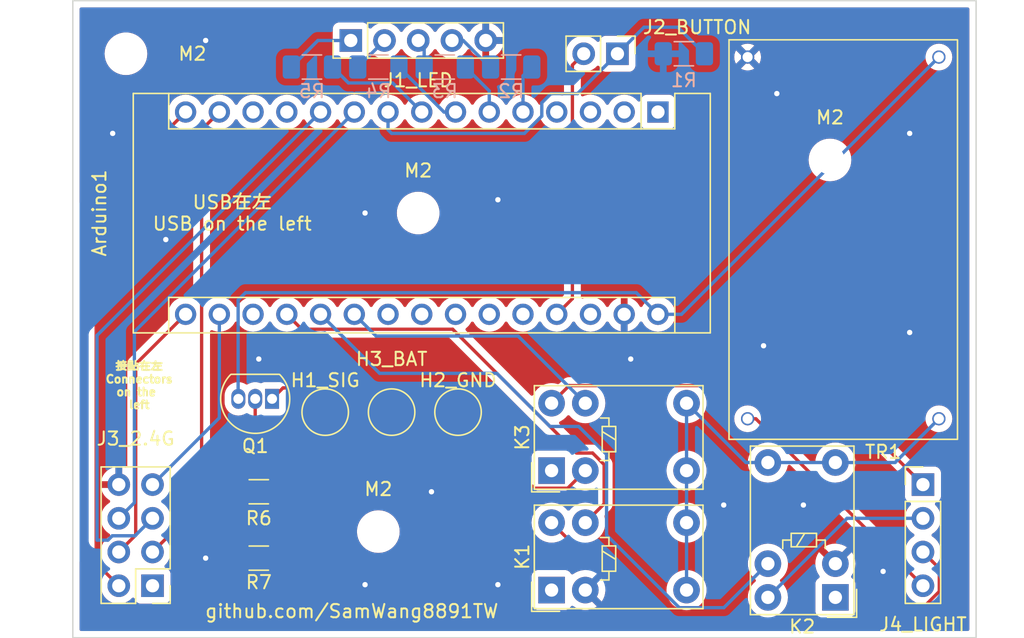
<source format=kicad_pcb>
(kicad_pcb (version 20211014) (generator pcbnew)
  (layers (0 "F.Cu" signal) (31 "B.Cu" signal) (34 "B.Paste" user) (35 "F.Paste" user) (36 "B.SilkS" user "B.Silkscreen") (37 "F.SilkS" user "F.Silkscreen") (38 "B.Mask" user) (39 "F.Mask" user) (44 "Edge.Cuts" user))
  (net 0 "")
  (net 5 "Net-(Arduino1-Pad5)")
  (net 6 "Net-(Arduino1-Pad6)")
  (net 7 "Net-(Arduino1-Pad7)")
  (net 8 "Net-(Arduino1-Pad8)")
  (net 9 "Net-(Arduino1-Pad9)")
  (net 10 "Net-(Arduino1-Pad10)")
  (net 11 "Net-(Arduino1-Pad11)")
  (net 14 "Net-(Arduino1-Pad14)")
  (net 15 "Net-(Arduino1-Pad15)")
  (net 16 "Net-(Arduino1-Pad16)")
  (net 17 "Net-(Arduino1-Pad17)")
  (net 19 "Net-(Arduino1-Pad19)")
  (net 20 "Net-(Arduino1-Pad20)")
  (net 21 "Net-(Arduino1-Pad21)")
  (net 27 "5V")
  (net 29 "Earth")
  (net 30 "VIN")
  (net 32 "Net-(J4-Pad1)")
  (net 33 "Net-(J4-Pad2)")
  (net 34 "Net-(J4-Pad3)")
  (net 35 "Net-(J4-Pad4)")
  (net 36 "SIG")
  (net 38 "Net-(K1-Pad5)")
  (net 41 "Net-(Q1-Pad2)")
  (net 42 "Net-(H3-Pad1)")
  (net 43 "Net-(J1-Pad1)")
  (net 44 "Net-(J1-Pad2)")
  (net 45 "Net-(J1-Pad3)")
  (net 46 "Net-(J1-Pad4)")
  (footprint "MountingHole:MountingHole_2.2mm_M2" (layer "F.Cu") (at 86 105)
    (fp_text reference "M2" (at 0 -3.2) (layer "F.SilkS"))
    (fp_text value "MountingHole_2.2mm_M2")
    (pad "" np_thru_hole circle (at 0 0) (size 2.2 2.2) (drill 2.2) (layers *.Cu *.Mask))
  )
  (footprint "TestPoint:TestPoint_Pad_D3.0mm" (layer "F.Cu") (at 92 96)
    (fp_text reference "H2_GND" (at 0 -2.398) (layer "F.SilkS"))
    (fp_text value "GND")
    (fp_circle (center 0 0) (end 0 1.75) (layer "F.SilkS") (width 0.12) (fill none))
    (pad "1" smd circle (at 0 0) (size 3 3) (layers "F.Cu" "F.Mask") (net 29 "Earth"))
  )
  (footprint "Connector_PinHeader_2.54mm:PinHeader_1x04_P2.54mm_Vertical" (layer "F.Cu") (at 127 101.46)
    (fp_text reference "J4_LIGHT" (at 0 10.54) (layer "F.SilkS"))
    (fp_text value "LightCONN")
    (fp_line (start -1.33 0) (end -1.33 -1.33) (layer "F.SilkS") (width 0.12))
    (fp_line (start -1.33 1.27) (end -1.33 8.95) (layer "F.SilkS") (width 0.12))
    (fp_line (start -1.33 -1.33) (end 0 -1.33) (layer "F.SilkS") (width 0.12))
    (fp_line (start 1.33 1.27) (end 1.33 8.95) (layer "F.SilkS") (width 0.12))
    (fp_line (start -1.33 1.27) (end 1.33 1.27) (layer "F.SilkS") (width 0.12))
    (fp_line (start -1.33 8.95) (end 1.33 8.95) (layer "F.SilkS") (width 0.12))
    (pad "1" thru_hole rect (at 0 0) (size 1.7 1.7) (drill 1) (layers *.Cu *.Mask) (net 32 "Net-(J4-Pad1)"))
    (pad "2" thru_hole oval (at 0 2.54) (size 1.7 1.7) (drill 1) (layers *.Cu *.Mask) (net 33 "Net-(J4-Pad2)"))
    (pad "3" thru_hole oval (at 0 5.08) (size 1.7 1.7) (drill 1) (layers *.Cu *.Mask) (net 34 "Net-(J4-Pad3)"))
    (pad "4" thru_hole oval (at 0 7.62) (size 1.7 1.7) (drill 1) (layers *.Cu *.Mask) (net 35 "Net-(J4-Pad4)"))
  )
  (footprint "Connector_PinHeader_2.54mm:PinHeader_1x02_P2.54mm_Vertical" (layer "F.Cu") (at 104 69 -90)
    (fp_text reference "J2_BUTTON" (at -2 -6 180) (layer "F.SilkS"))
    (fp_text value "BtnCONN")
    (fp_line (start -1.33 0) (end -1.33 -1.33) (layer "F.SilkS") (width 0.12))
    (fp_line (start -1.33 1.27) (end -1.33 3.87) (layer "F.SilkS") (width 0.12))
    (fp_line (start -1.33 3.87) (end 1.33 3.87) (layer "F.SilkS") (width 0.12))
    (fp_line (start -1.33 1.27) (end 1.33 1.27) (layer "F.SilkS") (width 0.12))
    (fp_line (start -1.33 -1.33) (end 0 -1.33) (layer "F.SilkS") (width 0.12))
    (fp_line (start 1.33 1.27) (end 1.33 3.87) (layer "F.SilkS") (width 0.12))
    (pad "1" thru_hole rect (at 0 0 270) (size 1.7 1.7) (drill 1) (layers *.Cu *.Mask) (net 9 "Net-(Arduino1-Pad9)"))
    (pad "2" thru_hole oval (at 0 2.54 270) (size 1.7 1.7) (drill 1) (layers *.Cu *.Mask) (net 27 "5V"))
  )
  (footprint "Module:Arduino_Nano" (layer "F.Cu") (at 107.05 73.39 -90)
    (fp_text reference "Arduino1" (at 7.61 42.05 -90) (layer "F.SilkS"))
    (fp_text value "Arduino_Nano")
    (fp_line (start 1.27 36.83) (end -1.4 36.83) (layer "F.SilkS") (width 0.12))
    (fp_line (start 16.64 -3.94) (end -1.4 -3.94) (layer "F.SilkS") (width 0.12))
    (fp_line (start -1.4 39.5) (end 16.64 39.5) (layer "F.SilkS") (width 0.12))
    (fp_line (start 1.27 1.27) (end 1.27 36.83) (layer "F.SilkS") (width 0.12))
    (fp_line (start 1.27 1.27) (end -1.4 1.27) (layer "F.SilkS") (width 0.12))
    (fp_line (start -1.4 1.27) (end -1.4 39.5) (layer "F.SilkS") (width 0.12))
    (fp_line (start 1.27 1.27) (end 1.27 -1.27) (layer "F.SilkS") (width 0.12))
    (fp_line (start 13.97 -1.27) (end 16.64 -1.27) (layer "F.SilkS") (width 0.12))
    (fp_line (start 13.97 -1.27) (end 13.97 36.83) (layer "F.SilkS") (width 0.12))
    (fp_line (start -1.4 -3.94) (end -1.4 -1.27) (layer "F.SilkS") (width 0.12))
    (fp_line (start 13.97 36.83) (end 16.64 36.83) (layer "F.SilkS") (width 0.12))
    (fp_line (start 1.27 -1.27) (end -1.4 -1.27) (layer "F.SilkS") (width 0.12))
    (fp_line (start 16.64 39.5) (end 16.64 -3.94) (layer "F.SilkS") (width 0.12))
    (pad "1" thru_hole rect (at 0 0 270) (size 1.6 1.6) (drill 1) (layers *.Cu *.Mask))
    (pad "2" thru_hole oval (at 0 2.54 270) (size 1.6 1.6) (drill 1) (layers *.Cu *.Mask))
    (pad "3" thru_hole oval (at 0 5.08 270) (size 1.6 1.6) (drill 1) (layers *.Cu *.Mask))
    (pad "4" thru_hole oval (at 0 7.62 270) (size 1.6 1.6) (drill 1) (layers *.Cu *.Mask))
    (pad "5" thru_hole oval (at 0 10.16 270) (size 1.6 1.6) (drill 1) (layers *.Cu *.Mask) (net 5 "Net-(Arduino1-Pad5)"))
    (pad "6" thru_hole oval (at 0 12.7 270) (size 1.6 1.6) (drill 1) (layers *.Cu *.Mask) (net 6 "Net-(Arduino1-Pad6)"))
    (pad "7" thru_hole oval (at 0 15.24 270) (size 1.6 1.6) (drill 1) (layers *.Cu *.Mask) (net 7 "Net-(Arduino1-Pad7)"))
    (pad "8" thru_hole oval (at 0 17.78 270) (size 1.6 1.6) (drill 1) (layers *.Cu *.Mask) (net 8 "Net-(Arduino1-Pad8)"))
    (pad "9" thru_hole oval (at 0 20.32 270) (size 1.6 1.6) (drill 1) (layers *.Cu *.Mask) (net 9 "Net-(Arduino1-Pad9)"))
    (pad "10" thru_hole oval (at 0 22.86 270) (size 1.6 1.6) (drill 1) (layers *.Cu *.Mask) (net 10 "Net-(Arduino1-Pad10)"))
    (pad "11" thru_hole oval (at 0 25.4 270) (size 1.6 1.6) (drill 1) (layers *.Cu *.Mask) (net 11 "Net-(Arduino1-Pad11)"))
    (pad "12" thru_hole oval (at 0 27.94 270) (size 1.6 1.6) (drill 1) (layers *.Cu *.Mask))
    (pad "13" thru_hole oval (at 0 30.48 270) (size 1.6 1.6) (drill 1) (layers *.Cu *.Mask))
    (pad "14" thru_hole oval (at 0 33.02 270) (size 1.6 1.6) (drill 1) (layers *.Cu *.Mask) (net 14 "Net-(Arduino1-Pad14)"))
    (pad "15" thru_hole oval (at 0 35.56 270) (size 1.6 1.6) (drill 1) (layers *.Cu *.Mask) (net 15 "Net-(Arduino1-Pad15)"))
    (pad "16" thru_hole oval (at 15.24 35.56 270) (size 1.6 1.6) (drill 1) (layers *.Cu *.Mask) (net 16 "Net-(Arduino1-Pad16)"))
    (pad "17" thru_hole oval (at 15.24 33.02 270) (size 1.6 1.6) (drill 1) (layers *.Cu *.Mask) (net 17 "Net-(Arduino1-Pad17)"))
    (pad "18" thru_hole oval (at 15.24 30.48 270) (size 1.6 1.6) (drill 1) (layers *.Cu *.Mask))
    (pad "19" thru_hole oval (at 15.24 27.94 270) (size 1.6 1.6) (drill 1) (layers *.Cu *.Mask) (net 19 "Net-(Arduino1-Pad19)"))
    (pad "20" thru_hole oval (at 15.24 25.4 270) (size 1.6 1.6) (drill 1) (layers *.Cu *.Mask) (net 20 "Net-(Arduino1-Pad20)"))
    (pad "21" thru_hole oval (at 15.24 22.86 270) (size 1.6 1.6) (drill 1) (layers *.Cu *.Mask) (net 21 "Net-(Arduino1-Pad21)"))
    (pad "22" thru_hole oval (at 15.24 20.32 270) (size 1.6 1.6) (drill 1) (layers *.Cu *.Mask))
    (pad "23" thru_hole oval (at 15.24 17.78 270) (size 1.6 1.6) (drill 1) (layers *.Cu *.Mask))
    (pad "24" thru_hole oval (at 15.24 15.24 270) (size 1.6 1.6) (drill 1) (layers *.Cu *.Mask))
    (pad "25" thru_hole oval (at 15.24 12.7 270) (size 1.6 1.6) (drill 1) (layers *.Cu *.Mask))
    (pad "26" thru_hole oval (at 15.24 10.16 270) (size 1.6 1.6) (drill 1) (layers *.Cu *.Mask))
    (pad "27" thru_hole oval (at 15.24 7.62 270) (size 1.6 1.6) (drill 1) (layers *.Cu *.Mask) (net 27 "5V"))
    (pad "28" thru_hole oval (at 15.24 5.08 270) (size 1.6 1.6) (drill 1) (layers *.Cu *.Mask))
    (pad "29" thru_hole oval (at 15.24 2.54 270) (size 1.6 1.6) (drill 1) (layers *.Cu *.Mask) (net 29 "Earth"))
    (pad "30" thru_hole oval (at 15.24 0 270) (size 1.6 1.6) (drill 1) (layers *.Cu *.Mask) (net 30 "VIN"))
  )
  (footprint "Transistor_Power_Module:Micro3608_1166A_MicroUSB_Module" (layer "F.Cu") (at 121 83)
    (fp_text reference "TR1" (at 3 16 unlocked) (layer "F.SilkS"))
    (fp_text value "Micro3608_1166A_MicroUSB_Module")
    (fp_rect (start -8.6 -15.05) (end 8.6 15.05) (layer "F.SilkS") (width 0.12) (fill none))
    (pad "1" thru_hole circle (at -7.2 -13.75) (size 1 1) (drill 0.762) (layers *.Cu *.Mask) (net 29 "Earth"))
    (pad "2" thru_hole circle (at 7.2 -13.75) (size 1 1) (drill 0.762) (layers *.Cu *.Mask) (net 30 "VIN"))
    (pad "3" thru_hole circle (at -7.2 13.5) (size 1 1) (drill 0.762) (layers *.Cu *.Mask) (net 35 "Net-(J4-Pad4)"))
    (pad "4" thru_hole circle (at 7.2 13.5) (size 1 1) (drill 0.762) (layers *.Cu *.Mask) (net 38 "Net-(K1-Pad5)"))
  )
  (footprint "Relay_THT:Relay_SPDT_Omron_G5V-1" (layer "F.Cu") (at 120.4075 109.9575 180)
    (fp_text reference "K2" (at 2.5 -2.2) (layer "F.SilkS"))
    (fp_text value "G5V-1")
    (fp_line (start 6.4 11.4) (end -1.4 11.4) (layer "F.SilkS") (width 0.12))
    (fp_line (start -1.6 0.6) (end -1.6 -1.5) (layer "F.SilkS") (width 0.12))
    (fp_line (start -1.6 -1.5) (end 0.6 -1.5) (layer "F.SilkS") (width 0.12))
    (fp_line (start 1.422 3.81) (end 1.422 4.826) (layer "F.SilkS") (width 0.12))
    (fp_line (start 2.946 3.81) (end 2.311 4.826) (layer "F.SilkS") (width 0.12))
    (fp_line (start -1.4 11.4) (end -1.4 -1.3) (layer "F.SilkS") (width 0.12))
    (fp_line (start 0.762 3.683) (end 0.762 4.318) (layer "F.SilkS") (width 0.12))
    (fp_line (start 6.4 -1.3) (end 6.4 11.4) (layer "F.SilkS") (width 0.12))
    (fp_line (start 3.962 3.683) (end 3.962 4.318) (layer "F.SilkS") (width 0.12))
    (fp_line (start 3.327 3.81) (end 3.327 4.826) (layer "F.SilkS") (width 0.12))
    (fp_line (start 3.962 4.318) (end 3.327 4.318) (layer "F.SilkS") (width 0.12))
    (fp_line (start 1.422 4.826) (end 3.327 4.826) (layer "F.SilkS") (width 0.12))
    (fp_line (start -1.4 -1.3) (end 6.4 -1.3) (layer "F.SilkS") (width 0.12))
    (fp_line (start 0.762 4.318) (end 1.422 4.318) (layer "F.SilkS") (width 0.12))
    (fp_line (start 3.327 3.81) (end 1.422 3.81) (layer "F.SilkS") (width 0.12))
    (pad "1" thru_hole rect (at 0 0 180) (size 2 2) (drill 1) (layers *.Cu *.Mask))
    (pad "2" thru_hole circle (at 0 2.54 180) (size 2 2) (drill 1) (layers *.Cu *.Mask) (net 29 "Earth"))
    (pad "5" thru_hole circle (at 0 10.16 180) (size 2 2) (drill 1) (layers *.Cu *.Mask) (net 38 "Net-(K1-Pad5)"))
    (pad "6" thru_hole circle (at 5.08 10.16 180) (size 2 2) (drill 1) (layers *.Cu *.Mask) (net 38 "Net-(K1-Pad5)"))
    (pad "9" thru_hole circle (at 5.08 2.54 180) (size 2 2) (drill 1) (layers *.Cu *.Mask) (net 20 "Net-(Arduino1-Pad20)"))
    (pad "10" thru_hole circle (at 5.08 0 180) (size 2 2) (drill 1) (layers *.Cu *.Mask) (net 33 "Net-(J4-Pad2)"))
  )
  (footprint "Resistor_SMD:R_1206_3216Metric_Pad1.30x1.75mm_HandSolder" (layer "F.Cu") (at 77 107 180)
    (fp_text reference "R7" (at 0 -1.82) (layer "F.SilkS"))
    (fp_text value "20kΩ")
    (fp_line (start -0.727064 0.91) (end 0.727064 0.91) (layer "F.SilkS") (width 0.12))
    (fp_line (start -0.727064 -0.91) (end 0.727064 -0.91) (layer "F.SilkS") (width 0.12))
    (pad "1" smd roundrect (at -1.55 0 180) (size 1.3 1.75) (layers "F.Cu" "F.Paste" "F.Mask") (roundrect_rratio 0.192308) (net 36 "SIG"))
    (pad "2" smd roundrect (at 1.55 0 180) (size 1.3 1.75) (layers "F.Cu" "F.Paste" "F.Mask") (roundrect_rratio 0.192308) (net 29 "Earth"))
  )
  (footprint "MountingHole:MountingHole_2.2mm_M2" (layer "F.Cu") (at 67 69)
    (fp_text reference "M2" (at 5 0) (layer "F.SilkS"))
    (fp_text value "MountingHole_2.2mm_M2")
    (pad "" np_thru_hole circle (at 0 0) (size 2.2 2.2) (drill 2.2) (layers *.Cu *.Mask))
  )
  (footprint "MountingHole:MountingHole_2.2mm_M2" (layer "F.Cu") (at 89 81)
    (fp_text reference "M2" (at 0 -3.2) (layer "F.SilkS"))
    (fp_text value "MountingHole_2.2mm_M2")
    (pad "" np_thru_hole circle (at 0 0) (size 2.2 2.2) (drill 2.2) (layers *.Cu *.Mask))
  )
  (footprint "Package_TO_SOT_THT:TO-92_Inline" (layer "F.Cu") (at 78 95 180)
    (fp_text reference "Q1" (at 1.27 -3.56) (layer "F.SilkS"))
    (fp_text value "2N4355")
    (fp_line (start -0.53 1.85) (end 3.07 1.85) (layer "F.SilkS") (width 0.12))
    (fp_arc (start 1.27 -2.6) (mid 3.672087 -0.994977) (end 3.108478 1.838478) (layer "F.SilkS") (width 0.12))
    (fp_arc (start -0.568478 1.838478) (mid -1.132087 -0.994977) (end 1.27 -2.6) (layer "F.SilkS") (width 0.12))
    (pad "1" thru_hole rect (at 0 0 180) (size 1.05 1.5) (drill 0.75) (layers *.Cu *.Mask) (net 42 "Net-(H3-Pad1)"))
    (pad "2" thru_hole oval (at 1.27 0 180) (size 1.05 1.5) (drill 0.75) (layers *.Cu *.Mask) (net 41 "Net-(Q1-Pad2)"))
    (pad "3" thru_hole oval (at 2.54 0 180) (size 1.05 1.5) (drill 0.75) (layers *.Cu *.Mask) (net 30 "VIN"))
  )
  (footprint "TestPoint:TestPoint_Pad_D3.0mm" (layer "F.Cu") (at 82 96)
    (fp_text reference "H1_SIG" (at 0 -2.398) (layer "F.SilkS"))
    (fp_text value "SIG")
    (fp_circle (center 0 0) (end 0 1.75) (layer "F.SilkS") (width 0.12) (fill none))
    (pad "1" smd circle (at 0 0) (size 3 3) (layers "F.Cu" "F.Mask") (net 36 "SIG"))
  )
  (footprint "Relay_THT:Relay_SPDT_Omron_G5V-1" (layer "F.Cu") (at 99.0425 109.4075 90)
    (fp_text reference "K1" (at 2.5 -2.2 90) (layer "F.SilkS"))
    (fp_text value "G5V-1")
    (fp_line (start -1.6 0.6) (end -1.6 -1.5) (layer "F.SilkS") (width 0.12))
    (fp_line (start 3.327 3.81) (end 3.327 4.826) (layer "F.SilkS") (width 0.12))
    (fp_line (start 6.4 11.4) (end -1.4 11.4) (layer "F.SilkS") (width 0.12))
    (fp_line (start -1.4 -1.3) (end 6.4 -1.3) (layer "F.SilkS") (width 0.12))
    (fp_line (start 0.762 3.683) (end 0.762 4.318) (layer "F.SilkS") (width 0.12))
    (fp_line (start -1.6 -1.5) (end 0.6 -1.5) (layer "F.SilkS") (width 0.12))
    (fp_line (start 3.962 3.683) (end 3.962 4.318) (layer "F.SilkS") (width 0.12))
    (fp_line (start 6.4 -1.3) (end 6.4 11.4) (layer "F.SilkS") (width 0.12))
    (fp_line (start 1.422 3.81) (end 1.422 4.826) (layer "F.SilkS") (width 0.12))
    (fp_line (start -1.4 11.4) (end -1.4 -1.3) (layer "F.SilkS") (width 0.12))
    (fp_line (start 3.962 4.318) (end 3.327 4.318) (layer "F.SilkS") (width 0.12))
    (fp_line (start 1.422 4.826) (end 3.327 4.826) (layer "F.SilkS") (width 0.12))
    (fp_line (start 0.762 4.318) (end 1.422 4.318) (layer "F.SilkS") (width 0.12))
    (fp_line (start 3.327 3.81) (end 1.422 3.81) (layer "F.SilkS") (width 0.12))
    (fp_line (start 2.946 3.81) (end 2.311 4.826) (layer "F.SilkS") (width 0.12))
    (pad "1" thru_hole rect (at 0 0 90) (size 2 2) (drill 1) (layers *.Cu *.Mask))
    (pad "2" thru_hole circle (at 0 2.54 90) (size 2 2) (drill 1) (layers *.Cu *.Mask) (net 29 "Earth"))
    (pad "5" thru_hole circle (at 0 10.16 90) (size 2 2) (drill 1) (layers *.Cu *.Mask) (net 38 "Net-(K1-Pad5)"))
    (pad "6" thru_hole circle (at 5.08 10.16 90) (size 2 2) (drill 1) (layers *.Cu *.Mask) (net 38 "Net-(K1-Pad5)"))
    (pad "9" thru_hole circle (at 5.08 2.54 90) (size 2 2) (drill 1) (layers *.Cu *.Mask) (net 19 "Net-(Arduino1-Pad19)"))
    (pad "10" thru_hole circle (at 5.08 0 90) (size 2 2) (drill 1) (layers *.Cu *.Mask) (net 34 "Net-(J4-Pad3)"))
  )
  (footprint "Resistor_SMD:R_1206_3216Metric_Pad1.30x1.75mm_HandSolder" (layer "F.Cu") (at 77 102)
    (fp_text reference "R6" (at 0 2) (layer "F.SilkS"))
    (fp_text value "100kΩ")
    (fp_line (start -0.727064 -0.91) (end 0.727064 -0.91) (layer "F.SilkS") (width 0.12))
    (fp_line (start -0.727064 0.91) (end 0.727064 0.91) (layer "F.SilkS") (width 0.12))
    (pad "1" smd roundrect (at -1.55 0) (size 1.3 1.75) (layers "F.Cu" "F.Paste" "F.Mask") (roundrect_rratio 0.192308) (net 41 "Net-(Q1-Pad2)"))
    (pad "2" smd roundrect (at 1.55 0) (size 1.3 1.75) (layers "F.Cu" "F.Paste" "F.Mask") (roundrect_rratio 0.192308) (net 36 "SIG"))
  )
  (footprint "Connector_PinHeader_2.54mm:PinHeader_2x04_P2.54mm_Vertical" (layer "F.Cu") (at 69 109.08 180)
    (fp_text reference "J3_2.4G" (at 1.27 11.08) (layer "F.SilkS"))
    (fp_text value "2.4G_CONN")
    (fp_line (start 3.87 -1.33) (end 3.87 8.95) (layer "F.SilkS") (width 0.12))
    (fp_line (start -1.33 1.27) (end 1.27 1.27) (layer "F.SilkS") (width 0.12))
    (fp_line (start -1.33 -1.33) (end 0 -1.33) (layer "F.SilkS") (width 0.12))
    (fp_line (start 1.27 1.27) (end 1.27 -1.33) (layer "F.SilkS") (width 0.12))
    (fp_line (start -1.33 8.95) (end 3.87 8.95) (layer "F.SilkS") (width 0.12))
    (fp_line (start -1.33 1.27) (end -1.33 8.95) (layer "F.SilkS") (width 0.12))
    (fp_line (start -1.33 0) (end -1.33 -1.33) (layer "F.SilkS") (width 0.12))
    (fp_line (start 1.27 -1.33) (end 3.87 -1.33) (layer "F.SilkS") (width 0.12))
    (pad "1" thru_hole rect (at 0 0 180) (size 1.7 1.7) (drill 1) (layers *.Cu *.Mask))
    (pad "2" thru_hole oval (at 2.54 0 180) (size 1.7 1.7) (drill 1) (layers *.Cu *.Mask) (net 15 "Net-(Arduino1-Pad15)"))
    (pad "3" thru_hole oval (at 0 2.54 180) (size 1.7 1.7) (drill 1) (layers *.Cu *.Mask) (net 14 "Net-(Arduino1-Pad14)"))
    (pad "4" thru_hole oval (at 2.54 2.54 180) (size 1.7 1.7) (drill 1) (layers *.Cu *.Mask) (net 16 "Net-(Arduino1-Pad16)"))
    (pad "5" thru_hole oval (at 0 5.08 180) (size 1.7 1.7) (drill 1) (layers *.Cu *.Mask) (net 11 "Net-(Arduino1-Pad11)"))
    (pad "6" thru_hole oval (at 2.54 5.08 180) (size 1.7 1.7) (drill 1) (layers *.Cu *.Mask) (net 10 "Net-(Arduino1-Pad10)"))
    (pad "7" thru_hole oval (at 0 7.62 180) (size 1.7 1.7) (drill 1) (layers *.Cu *.Mask) (net 17 "Net-(Arduino1-Pad17)"))
    (pad "8" thru_hole oval (at 2.54 7.62 180) (size 1.7 1.7) (drill 1) (layers *.Cu *.Mask) (net 29 "Earth"))
  )
  (footprint "TestPoint:TestPoint_Pad_D3.0mm" (layer "F.Cu") (at 87 96)
    (fp_text reference "H3_BAT" (at 0 -4) (layer "F.SilkS"))
    (fp_text value "BAT")
    (fp_circle (center 0 0) (end 0 1.75) (layer "F.SilkS") (width 0.12) (fill none))
    (pad "1" smd circle (at 0 0) (size 3 3) (layers "F.Cu" "F.Mask") (net 42 "Net-(H3-Pad1)"))
  )
  (footprint "Connector_PinHeader_2.54mm:PinHeader_1x05_P2.54mm_Vertical" (layer "F.Cu") (at 83.925 68 90)
    (fp_text reference "J1_LED" (at -3 5.075 180) (layer "F.SilkS"))
    (fp_text value "LedCONN")
    (fp_line (start -1.33 1.27) (end 1.33 1.27) (layer "F.SilkS") (width 0.12))
    (fp_line (start -1.33 0) (end -1.33 -1.33) (layer "F.SilkS") (width 0.12))
    (fp_line (start -1.33 11.49) (end 1.33 11.49) (layer "F.SilkS") (width 0.12))
    (fp_line (start -1.33 1.27) (end -1.33 11.49) (layer "F.SilkS") (width 0.12))
    (fp_line (start -1.33 -1.33) (end 0 -1.33) (layer "F.SilkS") (width 0.12))
    (fp_line (start 1.33 1.27) (end 1.33 11.49) (layer "F.SilkS") (width 0.12))
    (pad "1" thru_hole rect (at 0 0 90) (size 1.7 1.7) (drill 1) (layers *.Cu *.Mask) (net 43 "Net-(J1-Pad1)"))
    (pad "2" thru_hole oval (at 0 2.54 90) (size 1.7 1.7) (drill 1) (layers *.Cu *.Mask) (net 44 "Net-(J1-Pad2)"))
    (pad "3" thru_hole oval (at 0 5.08 90) (size 1.7 1.7) (drill 1) (layers *.Cu *.Mask) (net 45 "Net-(J1-Pad3)"))
    (pad "4" thru_hole oval (at 0 7.62 90) (size 1.7 1.7) (drill 1) (layers *.Cu *.Mask) (net 46 "Net-(J1-Pad4)"))
    (pad "5" thru_hole oval (at 0 10.16 90) (size 1.7 1.7) (drill 1) (layers *.Cu *.Mask) (net 29 "Earth"))
  )
  (footprint "Relay_THT:Relay_SPDT_Omron_G5V-1" (layer "F.Cu") (at 99.0425 100.4075 90)
    (fp_text reference "K3" (at 2.5 -2.2 90) (layer "F.SilkS"))
    (fp_text value "G5V-1")
    (fp_line (start 6.4 11.4) (end -1.4 11.4) (layer "F.SilkS") (width 0.12))
    (fp_line (start 3.327 3.81) (end 1.422 3.81) (layer "F.SilkS") (width 0.12))
    (fp_line (start 1.422 3.81) (end 1.422 4.826) (layer "F.SilkS") (width 0.12))
    (fp_line (start 3.962 4.318) (end 3.327 4.318) (layer "F.SilkS") (width 0.12))
    (fp_line (start -1.6 0.6) (end -1.6 -1.5) (layer "F.SilkS") (width 0.12))
    (fp_line (start 2.946 3.81) (end 2.311 4.826) (layer "F.SilkS") (width 0.12))
    (fp_line (start 1.422 4.826) (end 3.327 4.826) (layer "F.SilkS") (width 0.12))
    (fp_line (start -1.4 -1.3) (end 6.4 -1.3) (layer "F.SilkS") (width 0.12))
    (fp_line (start -1.6 -1.5) (end 0.6 -1.5) (layer "F.SilkS") (width 0.12))
    (fp_line (start 0.762 3.683) (end 0.762 4.318) (layer "F.SilkS") (width 0.12))
    (fp_line (start 3.327 3.81) (end 3.327 4.826) (layer "F.SilkS") (width 0.12))
    (fp_line (start 3.962 3.683) (end 3.962 4.318) (layer "F.SilkS") (width 0.12))
    (fp_line (start -1.4 11.4) (end -1.4 -1.3) (layer "F.SilkS") (width 0.12))
    (fp_line (start 0.762 4.318) (end 1.422 4.318) (layer "F.SilkS") (width 0.12))
    (fp_line (start 6.4 -1.3) (end 6.4 11.4) (layer "F.SilkS") (width 0.12))
    (pad "1" thru_hole rect (at 0 0 90) (size 2 2) (drill 1) (layers *.Cu *.Mask))
    (pad "2" thru_hole circle (at 0 2.54 90) (size 2 2) (drill 1) (layers *.Cu *.Mask) (net 29 "Earth"))
    (pad "5" thru_hole circle (at 0 10.16 90) (size 2 2) (drill 1) (layers *.Cu *.Mask) (net 38 "Net-(K1-Pad5)"))
    (pad "6" thru_hole circle (at 5.08 10.16 90) (size 2 2) (drill 1) (layers *.Cu *.Mask) (net 38 "Net-(K1-Pad5)"))
    (pad "9" thru_hole circle (at 5.08 2.54 90) (size 2 2) (drill 1) (layers *.Cu *.Mask) (net 21 "Net-(Arduino1-Pad21)"))
    (pad "10" thru_hole circle (at 5.08 0 90) (size 2 2) (drill 1) (layers *.Cu *.Mask) (net 32 "Net-(J4-Pad1)"))
  )
  (footprint "MountingHole:MountingHole_2.2mm_M2" (layer "F.Cu") (at 120 77)
    (fp_text reference "M2" (at 0 -3.2) (layer "F.SilkS"))
    (fp_text value "MountingHole_2.2mm_M2")
    (pad "" np_thru_hole circle (at 0 0) (size 2.2 2.2) (drill 2.2) (layers *.Cu *.Mask))
  )
  (footprint "Resistor_SMD:R_1206_3216Metric_Pad1.30x1.75mm_HandSolder" (layer "B.Cu") (at 96 70)
    (fp_text reference "R2" (at 0 1.82) (layer "B.SilkS") (effects (justify mirror)))
    (fp_text value "330Ω")
    (fp_line (start -0.727064 -0.91) (end 0.727064 -0.91) (layer "B.SilkS") (width 0.12))
    (fp_line (start -0.727064 0.91) (end 0.727064 0.91) (layer "B.SilkS") (width 0.12))
    (pad "1" smd roundrect (at -1.55 0) (size 1.3 1.75) (layers "B.Cu" "B.Paste" "B.Mask") (roundrect_rratio 0.192308) (net 46 "Net-(J1-Pad4)"))
    (pad "2" smd roundrect (at 1.55 0) (size 1.3 1.75) (layers "B.Cu" "B.Paste" "B.Mask") (roundrect_rratio 0.192308) (net 5 "Net-(Arduino1-Pad5)"))
  )
  (footprint "Resistor_SMD:R_1206_3216Metric_Pad1.30x1.75mm_HandSolder" (layer "B.Cu") (at 91 70)
    (fp_text reference "R3" (at 0 1.82) (layer "B.SilkS") (effects (justify mirror)))
    (fp_text value "330Ω")
    (fp_line (start -0.727064 -0.91) (end 0.727064 -0.91) (layer "B.SilkS") (width 0.12))
    (fp_line (start -0.727064 0.91) (end 0.727064 0.91) (layer "B.SilkS") (width 0.12))
    (pad "1" smd roundrect (at -1.55 0) (size 1.3 1.75) (layers "B.Cu" "B.Paste" "B.Mask") (roundrect_rratio 0.192308) (net 45 "Net-(J1-Pad3)"))
    (pad "2" smd roundrect (at 1.55 0) (size 1.3 1.75) (layers "B.Cu" "B.Paste" "B.Mask") (roundrect_rratio 0.192308) (net 6 "Net-(Arduino1-Pad6)"))
  )
  (footprint "Resistor_SMD:R_1206_3216Metric_Pad1.30x1.75mm_HandSolder" (layer "B.Cu") (at 109 69 180)
    (fp_text reference "R1" (at 0 -2) (layer "B.SilkS") (effects (justify mirror)))
    (fp_text value "330Ω")
    (fp_line (start -0.727064 0.91) (end 0.727064 0.91) (layer "B.SilkS") (width 0.12))
    (fp_line (start -0.727064 -0.91) (end 0.727064 -0.91) (layer "B.SilkS") (width 0.12))
    (pad "1" smd roundrect (at -1.55 0 180) (size 1.3 1.75) (layers "B.Cu" "B.Paste" "B.Mask") (roundrect_rratio 0.192308) (net 9 "Net-(Arduino1-Pad9)"))
    (pad "2" smd roundrect (at 1.55 0 180) (size 1.3 1.75) (layers "B.Cu" "B.Paste" "B.Mask") (roundrect_rratio 0.192308) (net 29 "Earth"))
  )
  (footprint "Resistor_SMD:R_1206_3216Metric_Pad1.30x1.75mm_HandSolder" (layer "B.Cu") (at 86 70)
    (fp_text reference "R4" (at 0 1.82) (layer "B.SilkS") (effects (justify mirror)))
    (fp_text value "330Ω")
    (fp_line (start -0.727064 -0.91) (end 0.727064 -0.91) (layer "B.SilkS") (width 0.12))
    (fp_line (start -0.727064 0.91) (end 0.727064 0.91) (layer "B.SilkS") (width 0.12))
    (pad "1" smd roundrect (at -1.55 0) (size 1.3 1.75) (layers "B.Cu" "B.Paste" "B.Mask") (roundrect_rratio 0.192308) (net 44 "Net-(J1-Pad2)"))
    (pad "2" smd roundrect (at 1.55 0) (size 1.3 1.75) (layers "B.Cu" "B.Paste" "B.Mask") (roundrect_rratio 0.192308) (net 7 "Net-(Arduino1-Pad7)"))
  )
  (footprint "Resistor_SMD:R_1206_3216Metric_Pad1.30x1.75mm_HandSolder" (layer "B.Cu") (at 81 70)
    (fp_text reference "R5" (at 0 1.82) (layer "B.SilkS") (effects (justify mirror)))
    (fp_text value "330Ω")
    (fp_line (start -0.727064 0.91) (end 0.727064 0.91) (layer "B.SilkS") (width 0.12))
    (fp_line (start -0.727064 -0.91) (end 0.727064 -0.91) (layer "B.SilkS") (width 0.12))
    (pad "1" smd roundrect (at -1.55 0) (size 1.3 1.75) (layers "B.Cu" "B.Paste" "B.Mask") (roundrect_rratio 0.192308) (net 43 "Net-(J1-Pad1)"))
    (pad "2" smd roundrect (at 1.55 0) (size 1.3 1.75) (layers "B.Cu" "B.Paste" "B.Mask") (roundrect_rratio 0.192308) (net 8 "Net-(Arduino1-Pad8)"))
  )
  (gr_poly (pts (xy 131 113) (xy 63 113) (xy 63 65) (xy 131 65)) (layer "Edge.Cuts") (width 0.1) (fill none))
  (gr_text "USB在左\nUSB on the left" (at 75 81) (layer "F.SilkS") (effects (font (size 1 1))))
  (gr_text "接點在左\nConnectors\non the \nleft" (at 68 94) (layer "F.SilkS") (effects (font (size 0.6 0.6))))
  (gr_text "github.com/SamWang8891TW" (at 84 111) (layer "F.SilkS") (effects (font (size 1 1))))
  (segment (start 96.89 70.66) (end 96.89 73.39) (width 0.25) (layer "B.Cu") (net 5))
  (segment (start 97.55 70) (end 96.89 70.66) (width 0.25) (layer "B.Cu") (net 5))
  (segment (start 92.55 70) (end 94.35 71.8) (width 0.25) (layer "B.Cu") (net 6))
  (segment (start 94.35 71.8) (end 94.35 73.39) (width 0.25) (layer "B.Cu") (net 6))
  (segment (start 87.55 70) (end 90.94 73.39) (width 0.25) (layer "B.Cu") (net 7))
  (segment (start 90.94 73.39) (end 91.81 73.39) (width 0.25) (layer "B.Cu") (net 7))
  (segment (start 83.75 71.2) (end 87.08 71.2) (width 0.25) (layer "B.Cu") (net 8))
  (segment (start 87.08 71.2) (end 89.27 73.39) (width 0.25) (layer "B.Cu") (net 8))
  (segment (start 82.55 70) (end 83.75 71.2) (width 0.25) (layer "B.Cu") (net 8))
  (segment (start 99 72) (end 98.305 72.695) (width 0.25) (layer "B.Cu") (net 9))
  (segment (start 99 72) (end 101 72) (width 0.25) (layer "B.Cu") (net 9))
  (segment (start 86.73 74.73) (end 86.73 73.39) (width 0.25) (layer "B.Cu") (net 9))
  (segment (start 101 72) (end 104 69) (width 0.25) (layer "B.Cu") (net 9))
  (segment (start 97 75) (end 87 75) (width 0.25) (layer "B.Cu") (net 9))
  (segment (start 98.305 72.695) (end 98.305 73.695) (width 0.25) (layer "B.Cu") (net 9))
  (segment (start 104 69) (end 106 67) (width 0.25) (layer "B.Cu") (net 9))
  (segment (start 98.305 73.695) (end 97 75) (width 0.25) (layer "B.Cu") (net 9))
  (segment (start 87 75) (end 86.73 74.73) (width 0.25) (layer "B.Cu") (net 9))
  (segment (start 106 67) (end 108.55 67) (width 0.25) (layer "B.Cu") (net 9))
  (segment (start 108.55 67) (end 110.55 69) (width 0.25) (layer "B.Cu") (net 9))
  (segment (start 66.46 104) (end 67.635 102.825) (width 0.25) (layer "B.Cu") (net 10))
  (segment (start 67.635 102.825) (end 67.635 89.945) (width 0.25) (layer "B.Cu") (net 10))
  (segment (start 67.635 89.945) (end 84.19 73.39) (width 0.25) (layer "B.Cu") (net 10))
  (segment (start 65.973299 105.316699) (end 67.683301 105.316699) (width 0.25) (layer "B.Cu") (net 11))
  (segment (start 64.823557 105.644999) (end 65.644999 105.644999) (width 0.25) (layer "B.Cu") (net 11))
  (segment (start 64.823557 90.216443) (end 64.823557 105.644999) (width 0.25) (layer "B.Cu") (net 11))
  (segment (start 81.65 73.39) (end 64.823557 90.216443) (width 0.25) (layer "B.Cu") (net 11))
  (segment (start 65.644999 105.644999) (end 65.973299 105.316699) (width 0.25) (layer "B.Cu") (net 11))
  (segment (start 67.683301 105.316699) (end 69 104) (width 0.25) (layer "B.Cu") (net 11))
  (segment (start 72.695722 74.724278) (end 74.03 73.39) (width 0.25) (layer "F.Cu") (net 14))
  (segment (start 72.695722 102.844278) (end 72.695722 74.724278) (width 0.25) (layer "F.Cu") (net 14))
  (segment (start 69 106.54) (end 72.695722 102.844278) (width 0.25) (layer "F.Cu") (net 14))
  (segment (start 66.46 109.08) (end 64 106.62) (width 0.25) (layer "F.Cu") (net 15))
  (segment (start 64 106.62) (end 64 80.88) (width 0.25) (layer "F.Cu") (net 15))
  (segment (start 64 80.88) (end 71.49 73.39) (width 0.25) (layer "F.Cu") (net 15))
  (segment (start 66.46 106.54) (end 67.734278 105.265722) (width 0.25) (layer "F.Cu") (net 16))
  (segment (start 67.734278 105.265722) (end 67.734278 92.385722) (width 0.25) (layer "F.Cu") (net 16))
  (segment (start 67.734278 92.385722) (end 71.49 88.63) (width 0.25) (layer "F.Cu") (net 16))
  (segment (start 74.03 96.43) (end 74.03 88.63) (width 0.25) (layer "B.Cu") (net 17))
  (segment (start 69 101.46) (end 74.03 96.43) (width 0.25) (layer "B.Cu") (net 17))
  (segment (start 91.596167 89.755) (end 100.923667 99.0825) (width 0.25) (layer "F.Cu") (net 19))
  (segment (start 102.131333 99.0825) (end 103 99.951167) (width 0.25) (layer "F.Cu") (net 19))
  (segment (start 103 102.91) (end 101.5825 104.3275) (width 0.25) (layer "F.Cu") (net 19))
  (segment (start 79.11 88.63) (end 80.235 89.755) (width 0.25) (layer "F.Cu") (net 19))
  (segment (start 100.923667 99.0825) (end 102.131333 99.0825) (width 0.25) (layer "F.Cu") (net 19))
  (segment (start 103 99.951167) (end 103 102.91) (width 0.25) (layer "F.Cu") (net 19))
  (segment (start 80.235 89.755) (end 91.596167 89.755) (width 0.25) (layer "F.Cu") (net 19))
  (segment (start 112.0125 110.7325) (end 108.653667 110.7325) (width 0.25) (layer "B.Cu") (net 20))
  (segment (start 86.095 93.075) (end 94.916167 93.075) (width 0.25) (layer "B.Cu") (net 20))
  (segment (start 103.181305 105.260138) (end 103.181305 99.181305) (width 0.25) (layer "B.Cu") (net 20))
  (segment (start 103.181305 99.181305) (end 101.079417 97.079417) (width 0.25) (layer "B.Cu") (net 20))
  (segment (start 115.3275 107.4175) (end 112.0125 110.7325) (width 0.25) (layer "B.Cu") (net 20))
  (segment (start 81.65 88.63) (end 86.095 93.075) (width 0.25) (layer "B.Cu") (net 20))
  (segment (start 101.079417 97.079417) (end 98.920583 97.079417) (width 0.25) (layer "B.Cu") (net 20))
  (segment (start 94.916167 93.075) (end 98.920583 97.079417) (width 0.25) (layer "B.Cu") (net 20))
  (segment (start 108.653667 110.7325) (end 103.181305 105.260138) (width 0.25) (layer "B.Cu") (net 20))
  (segment (start 101.5825 95.3275) (end 96.521443 90.266443) (width 0.25) (layer "B.Cu") (net 21))
  (segment (start 85.826443 90.266443) (end 84.19 88.63) (width 0.25) (layer "B.Cu") (net 21))
  (segment (start 96.521443 90.266443) (end 85.826443 90.266443) (width 0.25) (layer "B.Cu") (net 21))
  (segment (start 101.46 69) (end 100.61 69.85) (width 0.25) (layer "F.Cu") (net 27))
  (segment (start 100.61 69.85) (end 100.61 87.45) (width 0.25) (layer "F.Cu") (net 27))
  (segment (start 100.61 87.45) (end 99.43 88.63) (width 0.25) (layer "F.Cu") (net 27))
  (segment (start 97.7325 101.7325) (end 92 96) (width 0.25) (layer "F.Cu") (net 29))
  (segment (start 101.5825 100.4075) (end 100.2575 101.7325) (width 0.25) (layer "F.Cu") (net 29))
  (segment (start 100.2575 101.7325) (end 97.7325 101.7325) (width 0.25) (layer "F.Cu") (net 29))
  (via (at 77 92) (size 0.8) (drill 0.4) (layers "F.Cu" "B.Cu") (net 29))
  (via (at 115 91) (size 0.8) (drill 0.4) (layers "F.Cu" "B.Cu") (net 29))
  (via (at 95 109) (size 0.8) (drill 0.4) (layers "F.Cu" "B.Cu") (net 29))
  (via (at 112 103) (size 0.8) (drill 0.4) (layers "F.Cu" "B.Cu") (net 29))
  (via (at 126 90) (size 0.8) (drill 0.4) (layers "F.Cu" "B.Cu") (net 29))
  (via (at 85 109) (size 0.8) (drill 0.4) (layers "F.Cu" "B.Cu") (net 29))
  (via (at 73 107) (size 0.8) (drill 0.4) (layers "F.Cu" "B.Cu") (net 29))
  (via (at 124 108) (size 0.8) (drill 0.4) (layers "F.Cu" "B.Cu") (net 29))
  (via (at 66 75) (size 0.8) (drill 0.4) (layers "F.Cu" "B.Cu") (net 29))
  (via (at 126 75) (size 0.8) (drill 0.4) (layers "F.Cu" "B.Cu") (net 29))
  (via (at 85 81) (size 0.8) (drill 0.4) (layers "F.Cu" "B.Cu") (net 29))
  (via (at 70 83) (size 0.8) (drill 0.4) (layers "F.Cu" "B.Cu") (net 29))
  (via (at 118 103) (size 0.8) (drill 0.4) (layers "F.Cu" "B.Cu") (net 29))
  (via (at 116 72) (size 0.8) (drill 0.4) (layers "F.Cu" "B.Cu") (net 29))
  (via (at 105 92) (size 0.8) (drill 0.4) (layers "F.Cu" "B.Cu") (net 29))
  (via (at 95 80) (size 0.8) (drill 0.4) (layers "F.Cu" "B.Cu") (net 29))
  (via (at 90 102) (size 0.8) (drill 0.4) (layers "F.Cu" "B.Cu") (net 29))
  (via (at 73 68) (size 0.8) (drill 0.4) (layers "F.Cu" "B.Cu") (net 29))
  (segment (start 75.445 94.985) (end 75.445 87.555) (width 0.25) (layer "B.Cu") (net 30))
  (segment (start 75.46 95) (end 75.445 94.985) (width 0.25) (layer "B.Cu") (net 30))
  (segment (start 75.445 87.555) (end 76 87) (width 0.25) (layer "B.Cu") (net 30))
  (segment (start 107.05 88.63) (end 108.82 88.63) (width 0.25) (layer "B.Cu") (net 30))
  (segment (start 105.42 87) (end 107.05 88.63) (width 0.25) (layer "B.Cu") (net 30))
  (segment (start 76 87) (end 105.42 87) (width 0.25) (layer "B.Cu") (net 30))
  (segment (start 108.82 88.63) (end 128.2 69.25) (width 0.25) (layer "B.Cu") (net 30))
  (segment (start 119.5425 94.0025) (end 127 101.46) (width 0.25) (layer "F.Cu") (net 32))
  (segment (start 100.3675 94.0025) (end 119.5425 94.0025) (width 0.25) (layer "F.Cu") (net 32))
  (segment (start 99.0425 95.3275) (end 100.3675 94.0025) (width 0.25) (layer "F.Cu") (net 32))
  (segment (start 115.3275 109.9575) (end 121.285 104) (width 0.25) (layer "B.Cu") (net 33))
  (segment (start 121.285 104) (end 127 104) (width 0.25) (layer "B.Cu") (net 33))
  (segment (start 99.0425 104.3275) (end 106.9975 112.2825) (width 0.25) (layer "F.Cu") (net 34))
  (segment (start 128.23 109.511701) (end 128.23 107.77) (width 0.25) (layer "F.Cu") (net 34))
  (segment (start 128.23 107.77) (end 127.73 107.27) (width 0.25) (layer "F.Cu") (net 34))
  (segment (start 127.73 107.27) (end 127 106.54) (width 0.25) (layer "F.Cu") (net 34))
  (segment (start 125.459201 112.2825) (end 128.23 109.511701) (width 0.25) (layer "F.Cu") (net 34))
  (segment (start 106.9975 112.2825) (end 125.459201 112.2825) (width 0.25) (layer "F.Cu") (net 34))
  (segment (start 114.42 96.5) (end 113.8 96.5) (width 0.25) (layer "F.Cu") (net 35))
  (segment (start 127 109.08) (end 114.42 96.5) (width 0.25) (layer "F.Cu") (net 35))
  (segment (start 78.55 107) (end 78.55 102) (width 0.25) (layer "F.Cu") (net 36))
  (segment (start 78.55 102) (end 78.55 99.45) (width 0.25) (layer "F.Cu") (net 36))
  (segment (start 78.55 99.45) (end 82 96) (width 0.25) (layer "F.Cu") (net 36))
  (segment (start 115.3275 99.7975) (end 113.6725 99.7975) (width 0.25) (layer "B.Cu") (net 38))
  (segment (start 109.2025 95.3275) (end 109.2025 100.4075) (width 0.25) (layer "B.Cu") (net 38))
  (segment (start 124.9025 99.7975) (end 128.2 96.5) (width 0.25) (layer "B.Cu") (net 38))
  (segment (start 109.2025 104.3275) (end 109.2025 109.4075) (width 0.25) (layer "B.Cu") (net 38))
  (segment (start 120.4075 99.7975) (end 124.9025 99.7975) (width 0.25) (layer "B.Cu") (net 38))
  (segment (start 115.3275 99.7975) (end 120.4075 99.7975) (width 0.25) (layer "B.Cu") (net 38))
  (segment (start 113.6725 99.7975) (end 109.2025 95.3275) (width 0.25) (layer "B.Cu") (net 38))
  (segment (start 109.2025 100.4075) (end 109.2025 104.3275) (width 0.25) (layer "B.Cu") (net 38))
  (segment (start 76.73 100.72) (end 75.45 102) (width 0.25) (layer "F.Cu") (net 41))
  (segment (start 76.73 95) (end 76.73 100.72) (width 0.25) (layer "F.Cu") (net 41))
  (segment (start 78 95) (end 78.825 94.175) (width 0.25) (layer "F.Cu") (net 42))
  (segment (start 85.175 94.175) (end 87 96) (width 0.25) (layer "F.Cu") (net 42))
  (segment (start 78.825 94.175) (end 85.175 94.175) (width 0.25) (layer "F.Cu") (net 42))
  (segment (start 79.45 70) (end 81.45 68) (width 0.25) (layer "B.Cu") (net 43))
  (segment (start 81.45 68) (end 83.925 68) (width 0.25) (layer "B.Cu") (net 43))
  (segment (start 84.45 70) (end 84.465 70) (width 0.25) (layer "B.Cu") (net 44))
  (segment (start 84.465 70) (end 86.465 68) (width 0.25) (layer "B.Cu") (net 44))
  (segment (start 89.45 68.445) (end 89.005 68) (width 0.25) (layer "B.Cu") (net 45))
  (segment (start 89.45 70) (end 89.45 68.445) (width 0.25) (layer "B.Cu") (net 45))
  (segment (start 89.45 70) (end 89.005 69.555) (width 0.25) (layer "B.Cu") (net 45))
  (segment (start 92.388173 68) (end 91.545 68) (width 0.25) (layer "B.Cu") (net 46))
  (segment (start 94.45 70) (end 94.388173 70) (width 0.25) (layer "B.Cu") (net 46))
  (segment (start 94.45 70) (end 94.45 69.905) (width 0.25) (layer "B.Cu") (net 46))
  (segment (start 94.388173 70) (end 92.388173 68) (width 0.25) (layer "B.Cu") (net 46))
  (zone (net 29) (net_name "Earth") (layer "F.Cu") (connect_pads (clearance 0.508)) (min_thickness 0.254) (fill yes (thermal_gap 0.508) (thermal_bridge_width 0.508) (smoothing chamfer) (radius 1))
    (polygon (pts (xy 131 113) (xy 63 113) (xy 63 65) (xy 131 65)))
  )
  (zone (net 29) (net_name "Earth") (layer "B.Cu") (connect_pads (clearance 0.508)) (min_thickness 0.254) (fill yes (thermal_gap 0.508) (thermal_bridge_width 0.508) (smoothing chamfer) (radius 1))
    (polygon (pts (xy 131 113) (xy 63 113) (xy 63 65) (xy 131 65)))
  )
)
</source>
